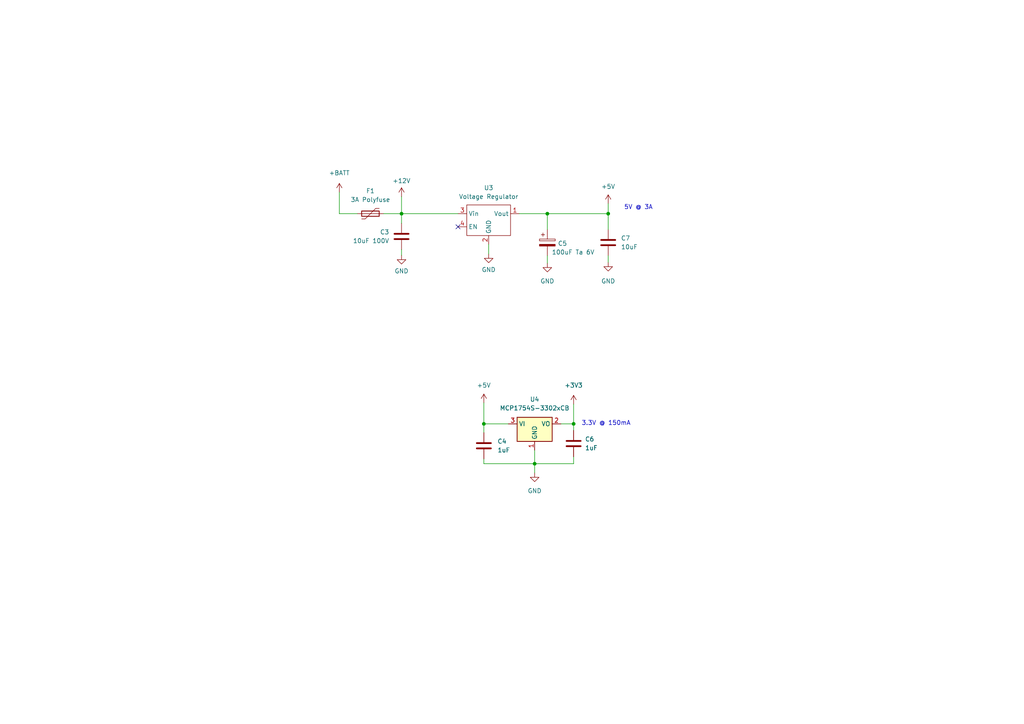
<source format=kicad_sch>
(kicad_sch (version 20211123) (generator eeschema)
  (paper "A4")
  (title_block (title "LINBus Fan Controller") (date "2023-03-03") (rev "1.0") (company "Gavin Hurlbut"))
  (lib_symbols
    (symbol "Beirdo:Switching_Regulator_Module"
      (property "Reference" "U?" (at 0 5.08 0))
      (property "Value" "Switching_Regulator_Module" (at 0 2.54 0))
      (symbol "Switching_Regulator_Module_0_1"
        (rectangle (start -6.35 0) (end 6.35 -8.89))
      )
      (symbol "Switching_Regulator_Module_1_1"
        (pin power_out line (at 8.89 -2.54 180) (length 2.54) (name "Vout") (number "1"))
        (pin passive line (at 0 -11.43 90) (length 2.54) (name "GND") (number "2"))
        (pin power_in line (at -8.89 -2.54 0) (length 2.54) (name "Vin") (number "3"))
        (pin input line (at -8.89 -6.35 0) (length 2.54) (name "EN") (number "4"))
      )
    )
    (symbol "Device:C" (pin_numbers hide) (pin_names (offset 0.254))
      (property "Reference" "C" (at 0.635 2.54 0))
      (property "Value" "C" (at 0.635 -2.54 0))
      (symbol "C_0_1"
        (polyline (pts (xy -2.032 -0.762) (xy 2.032 -0.762)) (stroke (width 0.508)))
        (polyline (pts (xy -2.032 0.762) (xy 2.032 0.762)) (stroke (width 0.508)))
      )
      (symbol "C_1_1"
        (pin passive line (at 0 3.81 270) (length 2.794) (name "~") (number "1"))
        (pin passive line (at 0 -3.81 90) (length 2.794) (name "~") (number "2"))
      )
    )
    (symbol "Device:C_Polarized" (pin_numbers hide) (pin_names (offset 0.254))
      (property "Reference" "C" (at 0.635 2.54 0))
      (property "Value" "C_Polarized" (at 0.635 -2.54 0))
      (symbol "C_Polarized_0_1"
        (rectangle (start -2.286 0.508) (end 2.286 1.016))
        (polyline (pts (xy -1.778 2.286) (xy -0.762 2.286)))
        (polyline (pts (xy -1.27 2.794) (xy -1.27 1.778)))
        (rectangle (start 2.286 -0.508) (end -2.286 -1.016) (fill (type outline)))
      )
      (symbol "C_Polarized_1_1"
        (pin passive line (at 0 3.81 270) (length 2.794) (name "~") (number "1"))
        (pin passive line (at 0 -3.81 90) (length 2.794) (name "~") (number "2"))
      )
    )
    (symbol "Device:Polyfuse" (pin_numbers hide) (pin_names (offset 0))
      (property "Reference" "F" (at -2.54 0 90))
      (property "Value" "Polyfuse" (at 2.54 0 90))
      (symbol "Polyfuse_0_1"
        (rectangle (start -0.762 2.54) (end 0.762 -2.54) (stroke (width 0.254)))
        (polyline (pts (xy 0 2.54) (xy 0 -2.54)))
        (polyline (pts (xy -1.524 2.54) (xy -1.524 1.524) (xy 1.524 -1.524) (xy 1.524 -2.54)))
      )
      (symbol "Polyfuse_1_1"
        (pin passive line (at 0 3.81 270) (length 1.27) (name "~") (number "1"))
        (pin passive line (at 0 -3.81 90) (length 1.27) (name "~") (number "2"))
      )
    )
    (symbol "Regulator_Linear:MCP1754S-3302xCB"
      (property "Reference" "U" (at -3.81 3.175 0))
      (property "Value" "MCP1754S-3302xCB" (at -0.635 3.175 0))
      (symbol "MCP1754S-3302xCB_0_1"
        (rectangle (start -5.08 -5.08) (end 5.08 1.905) (stroke (width 0.254)) (fill (type background)))
      )
      (symbol "MCP1754S-3302xCB_1_1"
        (pin power_in line (at 0 -7.62 90) (length 2.54) (name "GND") (number "1"))
        (pin power_out line (at 7.62 0 180) (length 2.54) (name "VO") (number "2"))
        (pin power_in line (at -7.62 0 0) (length 2.54) (name "VI") (number "3"))
      )
    )
    (symbol "power:+12V" (power) (pin_names (offset 0))
      (property "Value" "+12V" (at 0 3.556 0))
      (symbol "+12V_0_1"
        (polyline (pts (xy -0.762 1.27) (xy 0 2.54)))
        (polyline (pts (xy 0 0) (xy 0 2.54)))
        (polyline (pts (xy 0 2.54) (xy 0.762 1.27)))
      )
      (symbol "+12V_1_1"
        (pin power_in line (at 0 0 90) (length 0) hide (name "+12V") (number "1"))
      )
    )
    (symbol "power:+3V3" (power) (pin_names (offset 0))
      (property "Value" "+3V3" (at 0 3.556 0))
      (symbol "+3V3_0_1"
        (polyline (pts (xy -0.762 1.27) (xy 0 2.54)))
        (polyline (pts (xy 0 0) (xy 0 2.54)))
        (polyline (pts (xy 0 2.54) (xy 0.762 1.27)))
      )
      (symbol "+3V3_1_1"
        (pin power_in line (at 0 0 90) (length 0) hide (name "+3V3") (number "1"))
      )
    )
    (symbol "power:+5V" (power) (pin_names (offset 0))
      (property "Value" "+5V" (at 0 3.556 0))
      (symbol "+5V_0_1"
        (polyline (pts (xy -0.762 1.27) (xy 0 2.54)))
        (polyline (pts (xy 0 0) (xy 0 2.54)))
        (polyline (pts (xy 0 2.54) (xy 0.762 1.27)))
      )
      (symbol "+5V_1_1"
        (pin power_in line (at 0 0 90) (length 0) hide (name "+5V") (number "1"))
      )
    )
    (symbol "power:+BATT" (power) (pin_names (offset 0))
      (property "Value" "+BATT" (at 0 3.556 0))
      (symbol "+BATT_0_1"
        (polyline (pts (xy -0.762 1.27) (xy 0 2.54)))
        (polyline (pts (xy 0 0) (xy 0 2.54)))
        (polyline (pts (xy 0 2.54) (xy 0.762 1.27)))
      )
      (symbol "+BATT_1_1"
        (pin power_in line (at 0 0 90) (length 0) hide (name "+BATT") (number "1"))
      )
    )
    (symbol "power:GND" (power) (pin_names (offset 0))
      (property "Value" "GND" (at 0 -3.81 0))
      (symbol "GND_0_1"
        (polyline (pts (xy 0 0) (xy 0 -1.27) (xy 1.27 -1.27) (xy 0 -2.54) (xy -1.27 -1.27) (xy 0 -1.27)))
      )
      (symbol "GND_1_1"
        (pin power_in line (at 0 0 270) (length 0) hide (name "GND") (number "1"))
      )
    )
  )
  (junction (at 116.459 61.976))
  (junction (at 166.37 122.936))
  (junction (at 158.75 61.976))
  (junction (at 176.403 61.976))
  (junction (at 140.335 122.936))
  (junction (at 155.067 134.493))
  (no_connect (at 132.842 65.786))
  (wire (pts (xy 176.403 74.168) (xy 176.403 76.073)))
  (wire (pts (xy 150.622 61.976) (xy 158.75 61.976)))
  (wire (pts (xy 158.75 61.976) (xy 158.75 66.548)))
  (wire (pts (xy 155.067 134.493) (xy 155.067 137.16)))
  (wire (pts (xy 176.403 61.976) (xy 176.403 66.548)))
  (wire (pts (xy 116.459 57.023) (xy 116.459 61.976)))
  (wire (pts (xy 140.335 116.84) (xy 140.335 122.936)))
  (wire (pts (xy 140.335 122.936) (xy 140.335 125.476)))
  (wire (pts (xy 162.687 122.936) (xy 166.37 122.936)))
  (wire (pts (xy 111.252 61.976) (xy 116.459 61.976)))
  (wire (pts (xy 155.067 130.556) (xy 155.067 134.493)))
  (wire (pts (xy 116.459 72.39) (xy 116.459 74.041)))
  (wire (pts (xy 141.732 70.866) (xy 141.732 73.66)))
  (wire (pts (xy 176.403 59.055) (xy 176.403 61.976)))
  (wire (pts (xy 166.37 117.221) (xy 166.37 122.936)))
  (wire (pts (xy 140.335 134.493) (xy 155.067 134.493)))
  (wire (pts (xy 140.335 122.936) (xy 147.447 122.936)))
  (wire (pts (xy 166.37 132.461) (xy 166.37 134.493)))
  (wire (pts (xy 155.067 134.493) (xy 166.37 134.493)))
  (wire (pts (xy 116.459 61.976) (xy 132.842 61.976)))
  (wire (pts (xy 166.37 122.936) (xy 166.37 124.841)))
  (wire (pts (xy 116.459 61.976) (xy 116.459 64.77)))
  (wire (pts (xy 158.75 61.976) (xy 176.403 61.976)))
  (wire (pts (xy 103.632 61.976) (xy 98.425 61.976)))
  (wire (pts (xy 98.425 61.976) (xy 98.425 55.753)))
  (wire (pts (xy 140.335 133.096) (xy 140.335 134.493)))
  (wire (pts (xy 158.75 74.168) (xy 158.75 76.327)))
  (text "5V @ 3A" (at 189.357 60.96 180) (effects (font (size 1.27 1.27)) (justify right bottom)))
  (text "3.3V @ 150mA" (at 168.656 123.571 0) (effects (font (size 1.27 1.27)) (justify left bottom)))
  (symbol (lib_id "power:GND") (at 155.067 137.16 0) (unit 1)
    (property "Reference" "#PWR022" (effects hide))
    (property "Value" "GND" (at 155.067 142.367 0))
  )
  (symbol (lib_id "power:+3V3") (at 166.37 117.221 0) (unit 1)
    (property "Reference" "#PWR024" (effects hide))
    (property "Value" "+3V3" (at 166.37 111.76 0))
  )
  (symbol (lib_id "power:+5V") (at 176.403 59.055 0) (unit 1)
    (property "Reference" "#PWR025" (effects hide))
    (property "Value" "+5V" (at 176.403 54.102 0))
  )
  (symbol (lib_id "Device:C") (at 116.459 68.58 0) (mirror y) (unit 1)
    (property "Reference" "C3" (at 112.903 67.3099 0) (effects (justify left)))
    (property "Value" "10uF 100V" (at 112.903 69.8499 0) (effects (justify left)))
    (property "Footprint" "Capacitor_SMD:C_1210_3225Metric_Pad1.33x2.70mm_HandSolder" (effects hide))
  )
  (symbol (lib_id "power:+BATT") (at 98.425 55.753 0) (unit 1)
    (property "Reference" "#PWR09" (effects hide))
    (property "Value" "+BATT" (at 98.425 50.165 0))
  )
  (symbol (lib_id "power:GND") (at 141.732 73.66 0) (unit 1)
    (property "Reference" "#PWR021" (effects hide))
    (property "Value" "GND" (at 141.732 78.232 0))
  )
  (symbol (lib_id "Device:Polyfuse") (at 107.442 61.976 90) (unit 1)
    (property "Reference" "F1" (at 107.442 55.372 90))
    (property "Value" "3A Polyfuse" (at 107.442 57.912 90))
    (property "Footprint" "Resistor_SMD:R_1812_4532Metric_Pad1.30x3.40mm_HandSolder" (effects hide))
    (property "Digikey" "F2772CT-ND" (effects hide))
  )
  (symbol (lib_id "Device:C") (at 140.335 129.286 0) (unit 1)
    (property "Reference" "C4" (at 144.272 128.0159 0) (effects (justify left)))
    (property "Value" "1uF" (at 144.272 130.5559 0) (effects (justify left)))
    (property "Footprint" "Capacitor_SMD:C_0805_2012Metric_Pad1.18x1.45mm_HandSolder" (effects hide))
  )
  (symbol (lib_id "Device:C") (at 166.37 128.651 0) (unit 1)
    (property "Reference" "C6" (at 169.672 127.3809 0) (effects (justify left)))
    (property "Value" "1uF" (at 169.672 129.9209 0) (effects (justify left)))
    (property "Footprint" "Capacitor_SMD:C_0805_2012Metric_Pad1.18x1.45mm_HandSolder" (effects hide))
  )
  (symbol (lib_id "Beirdo:Switching_Regulator_Module") (at 141.732 59.436 0) (unit 1)
    (property "Reference" "U3" (at 141.732 54.483 0))
    (property "Value" "Voltage Regulator" (at 141.732 57.023 0))
    (property "Footprint" "Beirdo:Switching_Regulator_Module" (effects hide))
    (property "ASIN" "B08R6337QY" (effects hide))
  )
  (symbol (lib_id "power:+12V") (at 116.459 57.023 0) (unit 1)
    (property "Reference" "#PWR010" (effects hide))
    (property "Value" "+12V" (at 116.459 52.451 0))
  )
  (symbol (lib_id "power:+5V") (at 140.335 116.84 0) (unit 1)
    (property "Reference" "#PWR020" (effects hide))
    (property "Value" "+5V" (at 140.335 111.76 0))
  )
  (symbol (lib_id "Device:C") (at 176.403 70.358 0) (unit 1)
    (property "Reference" "C7" (at 180.086 69.0879 0) (effects (justify left)))
    (property "Value" "10uF" (at 180.086 71.6279 0) (effects (justify left)))
    (property "Footprint" "Capacitor_SMD:C_0805_2012Metric_Pad1.18x1.45mm_HandSolder" (effects hide))
  )
  (symbol (lib_id "power:GND") (at 116.459 74.041 0) (unit 1)
    (property "Reference" "#PWR013" (effects hide))
    (property "Value" "GND" (at 116.459 78.613 0))
  )
  (symbol (lib_id "Regulator_Linear:MCP1754S-3302xCB") (at 155.067 122.936 0) (unit 1)
    (property "Reference" "U4" (at 155.067 115.824 0))
    (property "Value" "MCP1754S-3302xCB" (at 155.067 118.364 0))
    (property "Footprint" "Package_TO_SOT_SMD:SOT-23" (effects hide))
    (property "Datasheet" "http://ww1.microchip.com/downloads/en/DeviceDoc/20002276C.pdf" (effects hide))
  )
  (symbol (lib_id "power:GND") (at 176.403 76.073 0) (unit 1)
    (property "Reference" "#PWR026" (effects hide))
    (property "Value" "GND" (at 176.403 81.534 0))
  )
  (symbol (lib_id "Device:C_Polarized") (at 158.75 70.358 0) (unit 1)
    (property "Reference" "C5" (at 161.798 70.612 0) (effects (justify left)))
    (property "Value" "100uF Ta 6V" (at 160.02 73.152 0) (effects (justify left)))
    (property "Footprint" "Capacitor_Tantalum_SMD:CP_EIA-3216-10_Kemet-I_Pad1.58x1.35mm_HandSolder" (effects hide))
  )
  (symbol (lib_id "power:GND") (at 158.75 76.327 0) (unit 1)
    (property "Reference" "#PWR023" (effects hide))
    (property "Value" "GND" (at 158.75 81.534 0))
  )
)
</source>
